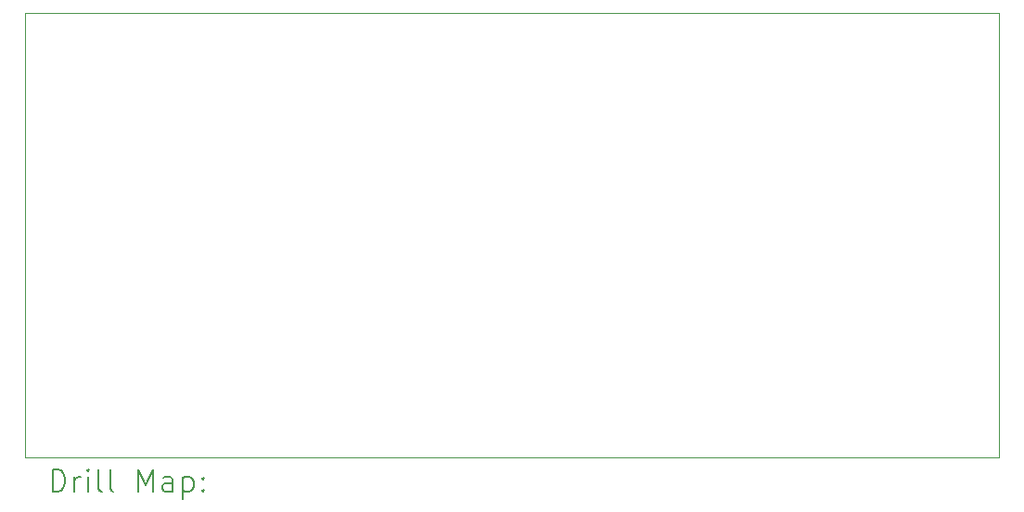
<source format=gbr>
%FSLAX45Y45*%
G04 Gerber Fmt 4.5, Leading zero omitted, Abs format (unit mm)*
G04 Created by KiCad (PCBNEW (6.0.1)) date 2022-03-10 11:50:34*
%MOMM*%
%LPD*%
G01*
G04 APERTURE LIST*
%TA.AperFunction,Profile*%
%ADD10C,0.100000*%
%TD*%
%ADD11C,0.200000*%
G04 APERTURE END LIST*
D10*
X5842000Y-4826000D02*
X14732000Y-4826000D01*
X14732000Y-4826000D02*
X14732000Y-8890000D01*
X14732000Y-8890000D02*
X5842000Y-8890000D01*
X5842000Y-8890000D02*
X5842000Y-4826000D01*
D11*
X6094619Y-9205476D02*
X6094619Y-9005476D01*
X6142238Y-9005476D01*
X6170809Y-9015000D01*
X6189857Y-9034048D01*
X6199381Y-9053095D01*
X6208905Y-9091190D01*
X6208905Y-9119762D01*
X6199381Y-9157857D01*
X6189857Y-9176905D01*
X6170809Y-9195952D01*
X6142238Y-9205476D01*
X6094619Y-9205476D01*
X6294619Y-9205476D02*
X6294619Y-9072143D01*
X6294619Y-9110238D02*
X6304143Y-9091190D01*
X6313667Y-9081667D01*
X6332714Y-9072143D01*
X6351762Y-9072143D01*
X6418428Y-9205476D02*
X6418428Y-9072143D01*
X6418428Y-9005476D02*
X6408905Y-9015000D01*
X6418428Y-9024524D01*
X6427952Y-9015000D01*
X6418428Y-9005476D01*
X6418428Y-9024524D01*
X6542238Y-9205476D02*
X6523190Y-9195952D01*
X6513667Y-9176905D01*
X6513667Y-9005476D01*
X6647000Y-9205476D02*
X6627952Y-9195952D01*
X6618428Y-9176905D01*
X6618428Y-9005476D01*
X6875571Y-9205476D02*
X6875571Y-9005476D01*
X6942238Y-9148333D01*
X7008905Y-9005476D01*
X7008905Y-9205476D01*
X7189857Y-9205476D02*
X7189857Y-9100714D01*
X7180333Y-9081667D01*
X7161286Y-9072143D01*
X7123190Y-9072143D01*
X7104143Y-9081667D01*
X7189857Y-9195952D02*
X7170809Y-9205476D01*
X7123190Y-9205476D01*
X7104143Y-9195952D01*
X7094619Y-9176905D01*
X7094619Y-9157857D01*
X7104143Y-9138810D01*
X7123190Y-9129286D01*
X7170809Y-9129286D01*
X7189857Y-9119762D01*
X7285095Y-9072143D02*
X7285095Y-9272143D01*
X7285095Y-9081667D02*
X7304143Y-9072143D01*
X7342238Y-9072143D01*
X7361286Y-9081667D01*
X7370809Y-9091190D01*
X7380333Y-9110238D01*
X7380333Y-9167381D01*
X7370809Y-9186429D01*
X7361286Y-9195952D01*
X7342238Y-9205476D01*
X7304143Y-9205476D01*
X7285095Y-9195952D01*
X7466048Y-9186429D02*
X7475571Y-9195952D01*
X7466048Y-9205476D01*
X7456524Y-9195952D01*
X7466048Y-9186429D01*
X7466048Y-9205476D01*
X7466048Y-9081667D02*
X7475571Y-9091190D01*
X7466048Y-9100714D01*
X7456524Y-9091190D01*
X7466048Y-9081667D01*
X7466048Y-9100714D01*
M02*

</source>
